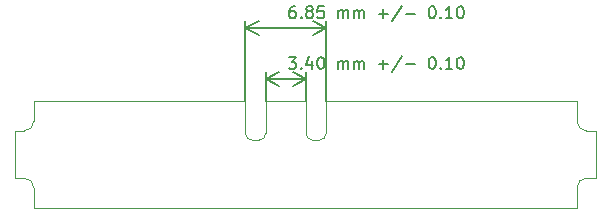
<source format=gbr>
G04 #@! TF.GenerationSoftware,KiCad,Pcbnew,(5.1.6)-1*
G04 #@! TF.CreationDate,2020-09-29T15:07:02+02:00*
G04 #@! TF.ProjectId,double-oh,646f7562-6c65-42d6-9f68-2e6b69636164,rev?*
G04 #@! TF.SameCoordinates,Original*
G04 #@! TF.FileFunction,Other,Comment*
%FSLAX46Y46*%
G04 Gerber Fmt 4.6, Leading zero omitted, Abs format (unit mm)*
G04 Created by KiCad (PCBNEW (5.1.6)-1) date 2020-09-29 15:07:02*
%MOMM*%
%LPD*%
G01*
G04 APERTURE LIST*
%ADD10C,0.150000*%
G04 #@! TA.AperFunction,Profile*
%ADD11C,0.050000*%
G04 #@! TD*
G04 APERTURE END LIST*
D10*
X122114166Y-91952381D02*
X121923690Y-91952381D01*
X121828452Y-92000001D01*
X121780833Y-92047620D01*
X121685595Y-92190477D01*
X121637976Y-92380953D01*
X121637976Y-92761905D01*
X121685595Y-92857143D01*
X121733214Y-92904762D01*
X121828452Y-92952381D01*
X122018928Y-92952381D01*
X122114166Y-92904762D01*
X122161785Y-92857143D01*
X122209404Y-92761905D01*
X122209404Y-92523810D01*
X122161785Y-92428572D01*
X122114166Y-92380953D01*
X122018928Y-92333334D01*
X121828452Y-92333334D01*
X121733214Y-92380953D01*
X121685595Y-92428572D01*
X121637976Y-92523810D01*
X122637976Y-92857143D02*
X122685595Y-92904762D01*
X122637976Y-92952381D01*
X122590357Y-92904762D01*
X122637976Y-92857143D01*
X122637976Y-92952381D01*
X123257023Y-92380953D02*
X123161785Y-92333334D01*
X123114166Y-92285715D01*
X123066547Y-92190477D01*
X123066547Y-92142858D01*
X123114166Y-92047620D01*
X123161785Y-92000001D01*
X123257023Y-91952381D01*
X123447500Y-91952381D01*
X123542738Y-92000001D01*
X123590357Y-92047620D01*
X123637976Y-92142858D01*
X123637976Y-92190477D01*
X123590357Y-92285715D01*
X123542738Y-92333334D01*
X123447500Y-92380953D01*
X123257023Y-92380953D01*
X123161785Y-92428572D01*
X123114166Y-92476191D01*
X123066547Y-92571429D01*
X123066547Y-92761905D01*
X123114166Y-92857143D01*
X123161785Y-92904762D01*
X123257023Y-92952381D01*
X123447500Y-92952381D01*
X123542738Y-92904762D01*
X123590357Y-92857143D01*
X123637976Y-92761905D01*
X123637976Y-92571429D01*
X123590357Y-92476191D01*
X123542738Y-92428572D01*
X123447500Y-92380953D01*
X124542738Y-91952381D02*
X124066547Y-91952381D01*
X124018928Y-92428572D01*
X124066547Y-92380953D01*
X124161785Y-92333334D01*
X124399880Y-92333334D01*
X124495119Y-92380953D01*
X124542738Y-92428572D01*
X124590357Y-92523810D01*
X124590357Y-92761905D01*
X124542738Y-92857143D01*
X124495119Y-92904762D01*
X124399880Y-92952381D01*
X124161785Y-92952381D01*
X124066547Y-92904762D01*
X124018928Y-92857143D01*
X125780833Y-92952381D02*
X125780833Y-92285715D01*
X125780833Y-92380953D02*
X125828452Y-92333334D01*
X125923690Y-92285715D01*
X126066547Y-92285715D01*
X126161785Y-92333334D01*
X126209404Y-92428572D01*
X126209404Y-92952381D01*
X126209404Y-92428572D02*
X126257023Y-92333334D01*
X126352261Y-92285715D01*
X126495119Y-92285715D01*
X126590357Y-92333334D01*
X126637976Y-92428572D01*
X126637976Y-92952381D01*
X127114166Y-92952381D02*
X127114166Y-92285715D01*
X127114166Y-92380953D02*
X127161785Y-92333334D01*
X127257023Y-92285715D01*
X127399880Y-92285715D01*
X127495119Y-92333334D01*
X127542738Y-92428572D01*
X127542738Y-92952381D01*
X127542738Y-92428572D02*
X127590357Y-92333334D01*
X127685595Y-92285715D01*
X127828452Y-92285715D01*
X127923690Y-92333334D01*
X127971309Y-92428572D01*
X127971309Y-92952381D01*
X129209404Y-92571429D02*
X129971309Y-92571429D01*
X129590357Y-92952381D02*
X129590357Y-92190477D01*
X131161785Y-91904762D02*
X130304642Y-93190477D01*
X131495119Y-92571429D02*
X132257023Y-92571429D01*
X133685595Y-91952381D02*
X133780833Y-91952381D01*
X133876071Y-92000001D01*
X133923690Y-92047620D01*
X133971309Y-92142858D01*
X134018928Y-92333334D01*
X134018928Y-92571429D01*
X133971309Y-92761905D01*
X133923690Y-92857143D01*
X133876071Y-92904762D01*
X133780833Y-92952381D01*
X133685595Y-92952381D01*
X133590357Y-92904762D01*
X133542738Y-92857143D01*
X133495119Y-92761905D01*
X133447500Y-92571429D01*
X133447500Y-92333334D01*
X133495119Y-92142858D01*
X133542738Y-92047620D01*
X133590357Y-92000001D01*
X133685595Y-91952381D01*
X134447500Y-92857143D02*
X134495119Y-92904762D01*
X134447500Y-92952381D01*
X134399880Y-92904762D01*
X134447500Y-92857143D01*
X134447500Y-92952381D01*
X135447500Y-92952381D02*
X134876071Y-92952381D01*
X135161785Y-92952381D02*
X135161785Y-91952381D01*
X135066547Y-92095239D01*
X134971309Y-92190477D01*
X134876071Y-92238096D01*
X136066547Y-91952381D02*
X136161785Y-91952381D01*
X136257023Y-92000001D01*
X136304642Y-92047620D01*
X136352261Y-92142858D01*
X136399880Y-92333334D01*
X136399880Y-92571429D01*
X136352261Y-92761905D01*
X136304642Y-92857143D01*
X136257023Y-92904762D01*
X136161785Y-92952381D01*
X136066547Y-92952381D01*
X135971309Y-92904762D01*
X135923690Y-92857143D01*
X135876071Y-92761905D01*
X135828452Y-92571429D01*
X135828452Y-92333334D01*
X135876071Y-92142858D01*
X135923690Y-92047620D01*
X135971309Y-92000001D01*
X136066547Y-91952381D01*
X124775000Y-93800001D02*
X117925000Y-93800001D01*
X124775000Y-100000000D02*
X124775000Y-93213580D01*
X117925000Y-100000000D02*
X117925000Y-93213580D01*
X117925000Y-93800001D02*
X119051504Y-93213580D01*
X117925000Y-93800001D02*
X119051504Y-94386422D01*
X124775000Y-93800001D02*
X123648496Y-93213580D01*
X124775000Y-93800001D02*
X123648496Y-94386422D01*
X121590357Y-96252381D02*
X122209404Y-96252381D01*
X121876071Y-96633334D01*
X122018928Y-96633334D01*
X122114166Y-96680953D01*
X122161785Y-96728572D01*
X122209404Y-96823810D01*
X122209404Y-97061905D01*
X122161785Y-97157143D01*
X122114166Y-97204762D01*
X122018928Y-97252381D01*
X121733214Y-97252381D01*
X121637976Y-97204762D01*
X121590357Y-97157143D01*
X122637976Y-97157143D02*
X122685595Y-97204762D01*
X122637976Y-97252381D01*
X122590357Y-97204762D01*
X122637976Y-97157143D01*
X122637976Y-97252381D01*
X123542738Y-96585715D02*
X123542738Y-97252381D01*
X123304642Y-96204762D02*
X123066547Y-96919048D01*
X123685595Y-96919048D01*
X124257023Y-96252381D02*
X124352261Y-96252381D01*
X124447500Y-96300001D01*
X124495119Y-96347620D01*
X124542738Y-96442858D01*
X124590357Y-96633334D01*
X124590357Y-96871429D01*
X124542738Y-97061905D01*
X124495119Y-97157143D01*
X124447500Y-97204762D01*
X124352261Y-97252381D01*
X124257023Y-97252381D01*
X124161785Y-97204762D01*
X124114166Y-97157143D01*
X124066547Y-97061905D01*
X124018928Y-96871429D01*
X124018928Y-96633334D01*
X124066547Y-96442858D01*
X124114166Y-96347620D01*
X124161785Y-96300001D01*
X124257023Y-96252381D01*
X125780833Y-97252381D02*
X125780833Y-96585715D01*
X125780833Y-96680953D02*
X125828452Y-96633334D01*
X125923690Y-96585715D01*
X126066547Y-96585715D01*
X126161785Y-96633334D01*
X126209404Y-96728572D01*
X126209404Y-97252381D01*
X126209404Y-96728572D02*
X126257023Y-96633334D01*
X126352261Y-96585715D01*
X126495119Y-96585715D01*
X126590357Y-96633334D01*
X126637976Y-96728572D01*
X126637976Y-97252381D01*
X127114166Y-97252381D02*
X127114166Y-96585715D01*
X127114166Y-96680953D02*
X127161785Y-96633334D01*
X127257023Y-96585715D01*
X127399880Y-96585715D01*
X127495119Y-96633334D01*
X127542738Y-96728572D01*
X127542738Y-97252381D01*
X127542738Y-96728572D02*
X127590357Y-96633334D01*
X127685595Y-96585715D01*
X127828452Y-96585715D01*
X127923690Y-96633334D01*
X127971309Y-96728572D01*
X127971309Y-97252381D01*
X129209404Y-96871429D02*
X129971309Y-96871429D01*
X129590357Y-97252381D02*
X129590357Y-96490477D01*
X131161785Y-96204762D02*
X130304642Y-97490477D01*
X131495119Y-96871429D02*
X132257023Y-96871429D01*
X133685595Y-96252381D02*
X133780833Y-96252381D01*
X133876071Y-96300001D01*
X133923690Y-96347620D01*
X133971309Y-96442858D01*
X134018928Y-96633334D01*
X134018928Y-96871429D01*
X133971309Y-97061905D01*
X133923690Y-97157143D01*
X133876071Y-97204762D01*
X133780833Y-97252381D01*
X133685595Y-97252381D01*
X133590357Y-97204762D01*
X133542738Y-97157143D01*
X133495119Y-97061905D01*
X133447500Y-96871429D01*
X133447500Y-96633334D01*
X133495119Y-96442858D01*
X133542738Y-96347620D01*
X133590357Y-96300001D01*
X133685595Y-96252381D01*
X134447500Y-97157143D02*
X134495119Y-97204762D01*
X134447500Y-97252381D01*
X134399880Y-97204762D01*
X134447500Y-97157143D01*
X134447500Y-97252381D01*
X135447500Y-97252381D02*
X134876071Y-97252381D01*
X135161785Y-97252381D02*
X135161785Y-96252381D01*
X135066547Y-96395239D01*
X134971309Y-96490477D01*
X134876071Y-96538096D01*
X136066547Y-96252381D02*
X136161785Y-96252381D01*
X136257023Y-96300001D01*
X136304642Y-96347620D01*
X136352261Y-96442858D01*
X136399880Y-96633334D01*
X136399880Y-96871429D01*
X136352261Y-97061905D01*
X136304642Y-97157143D01*
X136257023Y-97204762D01*
X136161785Y-97252381D01*
X136066547Y-97252381D01*
X135971309Y-97204762D01*
X135923690Y-97157143D01*
X135876071Y-97061905D01*
X135828452Y-96871429D01*
X135828452Y-96633334D01*
X135876071Y-96442858D01*
X135923690Y-96347620D01*
X135971309Y-96300001D01*
X136066547Y-96252381D01*
X123050000Y-98100001D02*
X119650000Y-98100001D01*
X123050000Y-100000000D02*
X123050000Y-97513580D01*
X119650000Y-100000000D02*
X119650000Y-97513580D01*
X119650000Y-98100001D02*
X120776504Y-97513580D01*
X119650000Y-98100001D02*
X120776504Y-98686422D01*
X123050000Y-98100001D02*
X121923496Y-97513580D01*
X123050000Y-98100001D02*
X121923496Y-98686422D01*
D11*
X119650000Y-100000000D02*
X123050000Y-100000000D01*
X146000000Y-107300000D02*
X146000000Y-109000000D01*
X147600000Y-102500000D02*
X146800000Y-102500000D01*
X146000000Y-101700000D02*
G75*
G03*
X146800000Y-102500000I800000J0D01*
G01*
X123650000Y-103300000D02*
X124175000Y-103300000D01*
X100000000Y-101700000D02*
X100000000Y-100000000D01*
X146000000Y-107300000D02*
G75*
G02*
X146800000Y-106500000I800000J0D01*
G01*
X100000000Y-107300000D02*
X100000000Y-109000000D01*
X98400000Y-102500000D02*
X99200000Y-102500000D01*
X123050000Y-100000000D02*
X123050000Y-102700000D01*
X124775000Y-102700000D02*
X124775000Y-100000000D01*
X124775000Y-100000000D02*
X146000000Y-100000000D01*
X118525000Y-103300000D02*
X119050000Y-103300000D01*
X117925000Y-102700000D02*
X117925000Y-100000000D01*
X146000000Y-109000000D02*
X100000000Y-109000000D01*
X100000000Y-100000000D02*
X117925000Y-100000000D01*
X123650000Y-103300000D02*
G75*
G02*
X123050000Y-102700000I0J600000D01*
G01*
X146000000Y-101700000D02*
X146000000Y-100000000D01*
X119650000Y-102700000D02*
X119650000Y-100000000D01*
X100000000Y-107300000D02*
G75*
G03*
X99200000Y-106500000I-800000J0D01*
G01*
X118525000Y-103300000D02*
G75*
G02*
X117925000Y-102700000I0J600000D01*
G01*
X119650000Y-102700000D02*
G75*
G02*
X119050000Y-103300000I-600000J0D01*
G01*
X98400000Y-106500000D02*
X98400000Y-102500000D01*
X147600000Y-106500000D02*
X146800000Y-106500000D01*
X147600000Y-102500000D02*
X147600000Y-106500000D01*
X100000000Y-101700000D02*
G75*
G02*
X99200000Y-102500000I-800000J0D01*
G01*
X98400000Y-106500000D02*
X99200000Y-106500000D01*
X124775000Y-102700000D02*
G75*
G02*
X124175000Y-103300000I-600000J0D01*
G01*
M02*

</source>
